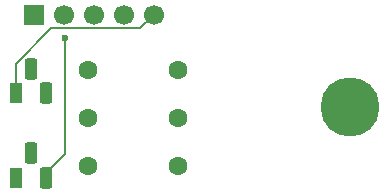
<source format=gbr>
%TF.GenerationSoftware,KiCad,Pcbnew,9.0.2*%
%TF.CreationDate,2025-07-02T14:59:06-07:00*%
%TF.ProjectId,Blinky,426c696e-6b79-42e6-9b69-6361645f7063,rev?*%
%TF.SameCoordinates,Original*%
%TF.FileFunction,Copper,L2,Bot*%
%TF.FilePolarity,Positive*%
%FSLAX46Y46*%
G04 Gerber Fmt 4.6, Leading zero omitted, Abs format (unit mm)*
G04 Created by KiCad (PCBNEW 9.0.2) date 2025-07-02 14:59:06*
%MOMM*%
%LPD*%
G01*
G04 APERTURE LIST*
G04 Aperture macros list*
%AMRoundRect*
0 Rectangle with rounded corners*
0 $1 Rounding radius*
0 $2 $3 $4 $5 $6 $7 $8 $9 X,Y pos of 4 corners*
0 Add a 4 corners polygon primitive as box body*
4,1,4,$2,$3,$4,$5,$6,$7,$8,$9,$2,$3,0*
0 Add four circle primitives for the rounded corners*
1,1,$1+$1,$2,$3*
1,1,$1+$1,$4,$5*
1,1,$1+$1,$6,$7*
1,1,$1+$1,$8,$9*
0 Add four rect primitives between the rounded corners*
20,1,$1+$1,$2,$3,$4,$5,0*
20,1,$1+$1,$4,$5,$6,$7,0*
20,1,$1+$1,$6,$7,$8,$9,0*
20,1,$1+$1,$8,$9,$2,$3,0*%
G04 Aperture macros list end*
%TA.AperFunction,ComponentPad*%
%ADD10R,1.100000X1.800000*%
%TD*%
%TA.AperFunction,ComponentPad*%
%ADD11RoundRect,0.275000X-0.275000X-0.625000X0.275000X-0.625000X0.275000X0.625000X-0.275000X0.625000X0*%
%TD*%
%TA.AperFunction,ComponentPad*%
%ADD12C,1.600000*%
%TD*%
%TA.AperFunction,ComponentPad*%
%ADD13R,1.700000X1.700000*%
%TD*%
%TA.AperFunction,ComponentPad*%
%ADD14C,1.700000*%
%TD*%
%TA.AperFunction,ViaPad*%
%ADD15C,5.000000*%
%TD*%
%TA.AperFunction,ViaPad*%
%ADD16C,0.600000*%
%TD*%
%TA.AperFunction,Conductor*%
%ADD17C,0.200000*%
%TD*%
G04 APERTURE END LIST*
D10*
%TO.P,Q1,1,C*%
%TO.N,NAND1 OUTPUT*%
X111180000Y-92850000D03*
D11*
%TO.P,Q1,2,B*%
%TO.N,Net-(Q1-B)*%
X112450000Y-90780000D03*
%TO.P,Q1,3,E*%
%TO.N,Net-(Q1-E)*%
X113720000Y-92850000D03*
%TD*%
D12*
%TO.P,R3,1*%
%TO.N,Net-(Q2-B)*%
X117280000Y-99000000D03*
%TO.P,R3,2*%
%TO.N,NAND1 INPUT B*%
X124900000Y-99000000D03*
%TD*%
D10*
%TO.P,Q2,1,C*%
%TO.N,Net-(Q1-E)*%
X111180000Y-100000000D03*
D11*
%TO.P,Q2,2,B*%
%TO.N,Net-(Q2-B)*%
X112450000Y-97930000D03*
%TO.P,Q2,3,E*%
%TO.N,GND*%
X113720000Y-100000000D03*
%TD*%
D13*
%TO.P,J1,1,Pin_1*%
%TO.N,VCC*%
X112720000Y-86200000D03*
D14*
%TO.P,J1,2,Pin_2*%
%TO.N,GND*%
X115260000Y-86200000D03*
%TO.P,J1,3,Pin_3*%
%TO.N,NAND1 INPUT B*%
X117800000Y-86200000D03*
%TO.P,J1,4,Pin_4*%
%TO.N,NAND1 INPUT A*%
X120340000Y-86200000D03*
%TO.P,J1,5,Pin_5*%
%TO.N,NAND1 OUTPUT*%
X122880000Y-86200000D03*
%TD*%
D12*
%TO.P,R1,1*%
%TO.N,VCC*%
X117280000Y-90900000D03*
%TO.P,R1,2*%
%TO.N,NAND1 OUTPUT*%
X124900000Y-90900000D03*
%TD*%
%TO.P,R2,1*%
%TO.N,Net-(Q1-B)*%
X117280000Y-94950000D03*
%TO.P,R2,2*%
%TO.N,NAND1 INPUT A*%
X124900000Y-94950000D03*
%TD*%
D15*
%TO.N,*%
X139500000Y-94000000D03*
D16*
%TO.N,GND*%
X115364265Y-88135735D03*
%TD*%
D17*
%TO.N,GND*%
X113720000Y-99600000D02*
X115364265Y-97955735D01*
X115364265Y-97955735D02*
X115364265Y-88135735D01*
%TO.N,NAND1 OUTPUT*%
X114156794Y-87351000D02*
X121729000Y-87351000D01*
X111180000Y-90327794D02*
X114156794Y-87351000D01*
X111180000Y-92450000D02*
X111180000Y-90327794D01*
X121729000Y-87351000D02*
X122880000Y-86200000D01*
%TD*%
M02*

</source>
